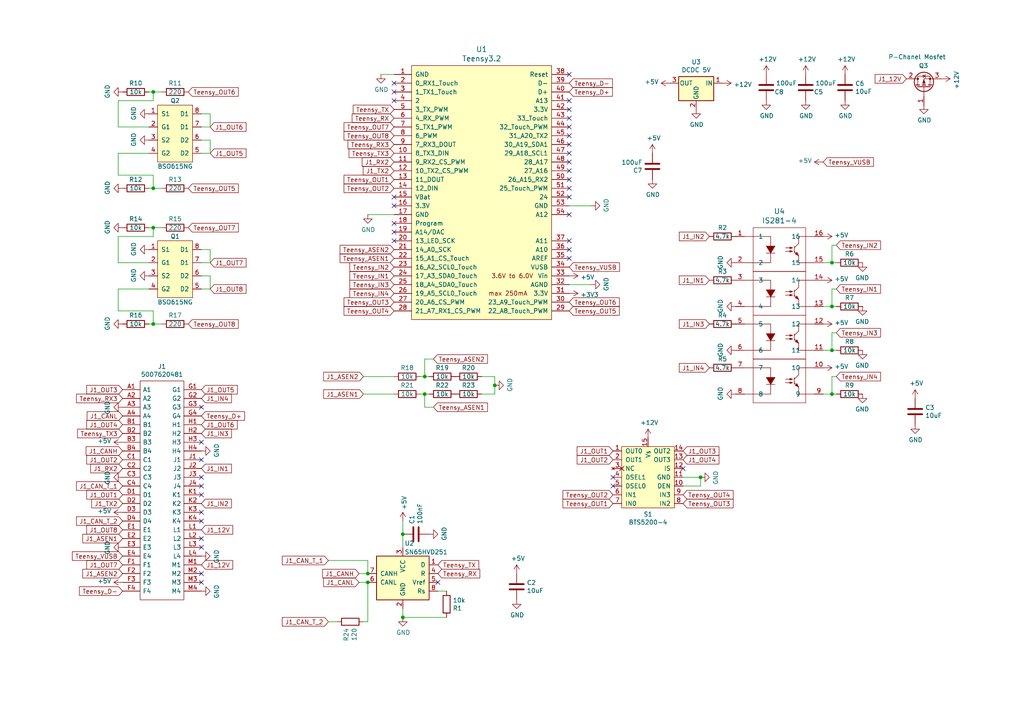
<source format=kicad_sch>
(kicad_sch (version 20211123) (generator eeschema)
  (paper "A4")
  (title_block (title "JoeMBMS") (date "2021-04-18") (rev "2.2") (company "JoeMTec"))
  (lib_symbols
    (symbol "CAN_trans:SN65HVD251" (pin_names (offset 1.016))
      (property "Reference" "U" (at -2.54 10.16 0))
      (property "Value" "SN65HVD251" (at -2.54 7.62 0))
      (symbol "SN65HVD251_1_1"
        (pin input line (at -10.16 2.54 0) (length 2.54) (name "D") (number "1"))
        (pin power_in line (at 0 -10.16 90) (length 2.54) (name "GND") (number "2"))
        (pin power_in line (at 0 7.62 270) (length 2.54) (name "VCC") (number "3"))
        (pin output line (at -10.16 0 0) (length 2.54) (name "R") (number "4"))
        (pin output line (at -10.16 -2.54 0) (length 2.54) (name "Vref") (number "5"))
        (pin bidirectional line (at 10.16 -2.54 180) (length 2.54) (name "CANL") (number "6"))
        (pin bidirectional line (at 10.16 0 180) (length 2.54) (name "CANH") (number "7"))
        (pin input line (at -10.16 -5.08 0) (length 2.54) (name "Rs") (number "8"))
      )
    )
    (symbol "Device:C" (pin_numbers hide) (pin_names (offset 0.254))
      (property "Reference" "C" (at 0.635 2.54 0))
      (property "Value" "C" (at 0.635 -2.54 0))
      (symbol "C_1_1"
        (pin passive line (at 0 3.81 270) (length 2.794) (name "~") (number "1"))
        (pin passive line (at 0 -3.81 90) (length 2.794) (name "~") (number "2"))
      )
    )
    (symbol "Device:R" (pin_numbers hide) (pin_names (offset 0))
      (property "Reference" "R" (at 2.032 0 90))
      (property "Value" "R" (at 0 0 90))
      (symbol "R_1_1"
        (pin passive line (at 0 3.81 270) (length 1.27) (name "~") (number "1"))
        (pin passive line (at 0 -3.81 90) (length 1.27) (name "~") (number "2"))
      )
    )
    (symbol "JoeMBMS_V2.0-rescue:+3.3V-power" (power) (pin_names (offset 0))
      (property "Value" "+3.3V-power" (at 0 3.556 0))
      (symbol "+3.3V-power_1_1"
        (pin power_in line (at 0 0 90) (length 0) hide (name "+3V3") (number "1"))
      )
    )
    (symbol "JoeMBMS_V2.0-rescue:5007620481-5007620481" (pin_names (offset 0.762))
      (property "Reference" "J" (at 19.05 7.62 0))
      (property "Value" "5007620481-5007620481" (at 19.05 5.08 0))
      (symbol "5007620481-5007620481_0_0"
        (pin passive line (at 0 0 0) (length 5.08) (name "A1") (number "A1"))
        (pin passive line (at 0 -2.54 0) (length 5.08) (name "A2") (number "A2"))
        (pin passive line (at 0 -5.08 0) (length 5.08) (name "A3") (number "A3"))
        (pin passive line (at 0 -7.62 0) (length 5.08) (name "A4") (number "A4"))
        (pin passive line (at 0 -10.16 0) (length 5.08) (name "B1") (number "B1"))
        (pin passive line (at 0 -12.7 0) (length 5.08) (name "B2") (number "B2"))
        (pin passive line (at 0 -15.24 0) (length 5.08) (name "B3") (number "B3"))
        (pin passive line (at 0 -17.78 0) (length 5.08) (name "B4") (number "B4"))
        (pin passive line (at 0 -20.32 0) (length 5.08) (name "C1") (number "C1"))
        (pin passive line (at 0 -22.86 0) (length 5.08) (name "C2") (number "C2"))
        (pin passive line (at 0 -25.4 0) (length 5.08) (name "C3") (number "C3"))
        (pin passive line (at 0 -27.94 0) (length 5.08) (name "C4") (number "C4"))
        (pin passive line (at 0 -30.48 0) (length 5.08) (name "D1") (number "D1"))
        (pin passive line (at 0 -33.02 0) (length 5.08) (name "D2") (number "D2"))
        (pin passive line (at 0 -35.56 0) (length 5.08) (name "D3") (number "D3"))
        (pin passive line (at 0 -38.1 0) (length 5.08) (name "D4") (number "D4"))
        (pin passive line (at 0 -40.64 0) (length 5.08) (name "E1") (number "E1"))
        (pin passive line (at 0 -43.18 0) (length 5.08) (name "E2") (number "E2"))
        (pin passive line (at 0 -45.72 0) (length 5.08) (name "E3") (number "E3"))
        (pin passive line (at 0 -48.26 0) (length 5.08) (name "E4") (number "E4"))
        (pin passive line (at 0 -50.8 0) (length 5.08) (name "F1") (number "F1"))
        (pin passive line (at 0 -53.34 0) (length 5.08) (name "F2") (number "F2"))
        (pin passive line (at 0 -55.88 0) (length 5.08) (name "F3") (number "F3"))
        (pin passive line (at 0 -58.42 0) (length 5.08) (name "F4") (number "F4"))
        (pin passive line (at 22.86 0 180) (length 5.08) (name "G1") (number "G1"))
        (pin passive line (at 22.86 -2.54 180) (length 5.08) (name "G2") (number "G2"))
        (pin passive line (at 22.86 -5.08 180) (length 5.08) (name "G3") (number "G3"))
        (pin passive line (at 22.86 -7.62 180) (length 5.08) (name "G4") (number "G4"))
        (pin passive line (at 22.86 -10.16 180) (length 5.08) (name "H1") (number "H1"))
        (pin passive line (at 22.86 -12.7 180) (length 5.08) (name "H2") (number "H2"))
        (pin passive line (at 22.86 -15.24 180) (length 5.08) (name "H3") (number "H3"))
        (pin passive line (at 22.86 -17.78 180) (length 5.08) (name "H4") (number "H4"))
        (pin passive line (at 22.86 -20.32 180) (length 5.08) (name "J1") (number "J1"))
        (pin passive line (at 22.86 -22.86 180) (length 5.08) (name "J2") (number "J2"))
        (pin passive line (at 22.86 -25.4 180) (length 5.08) (name "J3") (number "J3"))
        (pin passive line (at 22.86 -27.94 180) (length 5.08) (name "J4") (number "J4"))
        (pin passive line (at 22.86 -30.48 180) (length 5.08) (name "K1") (number "K1"))
        (pin passive line (at 22.86 -33.02 180) (length 5.08) (name "K2") (number "K2"))
        (pin passive line (at 22.86 -35.56 180) (length 5.08) (name "K3") (number "K3"))
        (pin passive line (at 22.86 -38.1 180) (length 5.08) (name "K4") (number "K4"))
        (pin passive line (at 22.86 -40.64 180) (length 5.08) (name "L1") (number "L1"))
        (pin passive line (at 22.86 -43.18 180) (length 5.08) (name "L2") (number "L2"))
        (pin passive line (at 22.86 -45.72 180) (length 5.08) (name "L3") (number "L3"))
        (pin passive line (at 22.86 -48.26 180) (length 5.08) (name "L4") (number "L4"))
        (pin passive line (at 22.86 -50.8 180) (length 5.08) (name "M1") (number "M1"))
        (pin passive line (at 22.86 -53.34 180) (length 5.08) (name "M2") (number "M2"))
        (pin passive line (at 22.86 -55.88 180) (length 5.08) (name "M3") (number "M3"))
        (pin passive line (at 22.86 -58.42 180) (length 5.08) (name "M4") (number "M4"))
      )
    )
    (symbol "JoeMBMS_V2.0-rescue:BTS5200-4-Transistor-FET" (pin_names (offset 1.016))
      (property "Reference" "S" (at -6.35 10.16 0))
      (property "Value" "BTS5200-4-Transistor-FET" (at 0 -10.16 0))
      (symbol "BTS5200-4-Transistor-FET_1_1"
        (pin output line (at -10.16 7.62 0) (length 2.54) (name "OUT0") (number "1"))
        (pin input line (at 10.16 -2.54 180) (length 2.54) (name "DEN") (number "10"))
        (pin input line (at 10.16 0 180) (length 2.54) (name "GND") (number "11"))
        (pin input line (at 10.16 2.54 180) (length 2.54) (name "IS") (number "12"))
        (pin output line (at 10.16 5.08 180) (length 2.54) (name "OUT3") (number "13"))
        (pin output line (at 10.16 7.62 180) (length 2.54) (name "OUT2") (number "14"))
        (pin input line (at 0 11.43 270) (length 2.54) (name "Vs") (number "15"))
        (pin output line (at -10.16 5.08 0) (length 2.54) (name "OUT1") (number "2"))
        (pin no_connect non_logic (at -10.16 2.54 0) (length 2.54) (name "NC") (number "3"))
        (pin input line (at -10.16 0 0) (length 2.54) (name "DSEL1") (number "4"))
        (pin input line (at -10.16 -2.54 0) (length 2.54) (name "DSEL0") (number "5"))
        (pin input line (at -10.16 -5.08 0) (length 2.54) (name "IN1") (number "6"))
        (pin input line (at -10.16 -7.62 0) (length 2.54) (name "IN0") (number "7"))
        (pin input line (at 10.16 -7.62 180) (length 2.54) (name "IN2") (number "8"))
        (pin input line (at 10.16 -5.08 180) (length 2.54) (name "IN3") (number "9"))
      )
    )
    (symbol "JoeMBMS_V2.0-rescue:IRF9956-Transistor-FET" (pin_names (offset 1.016))
      (property "Reference" "Q" (at 0 10.16 0))
      (property "Value" "IRF9956-Transistor-FET" (at 0 -8.89 0))
      (symbol "IRF9956-Transistor-FET_1_1"
        (pin input line (at -7.62 6.35 0) (length 2.54) (name "S1") (number "1"))
        (pin input line (at -7.62 2.54 0) (length 2.54) (name "G1") (number "2"))
        (pin input line (at -7.62 -1.27 0) (length 2.54) (name "S2") (number "3"))
        (pin input line (at -7.62 -5.08 0) (length 2.54) (name "G2") (number "4"))
        (pin output line (at 7.62 -5.08 180) (length 2.54) (name "D2") (number "5"))
        (pin output line (at 7.62 -1.27 180) (length 2.54) (name "D2") (number "6"))
        (pin output line (at 7.62 2.54 180) (length 2.54) (name "D1") (number "7"))
        (pin output line (at 7.62 6.35 180) (length 2.54) (name "D1") (number "8"))
      )
    )
    (symbol "JoeMBMS_V2.0-rescue:QM6015D-Transistor-FET" (pin_names hide)
      (property "Reference" "Q" (at 5.08 1.905 0))
      (property "Value" "QM6015D-Transistor-FET" (at 5.08 0 0))
      (symbol "QM6015D-Transistor-FET_1_1"
        (pin passive line (at -5.08 0 0) (length 2.54) (name "G") (number "1"))
        (pin passive line (at 2.54 5.08 270) (length 2.54) (name "D") (number "2"))
        (pin passive line (at 2.54 -5.08 90) (length 2.54) (name "S") (number "3"))
      )
    )
    (symbol "JoeMBMS_V2.0-rescue:TLP293-4-2021-05-20_16-46-13" (pin_names (offset 4.064))
      (property "Reference" "U" (at 3.81 3.81 0))
      (property "Value" "TLP293-4-2021-05-20_16-46-13" (at 7.62 1.27 0))
      (symbol "TLP293-4-2021-05-20_16-46-13_1_1"
        (pin input line (at -5.08 -2.54 0) (length 2.54) (name "1") (number "1"))
        (pin input line (at 20.32 -40.64 180) (length 2.54) (name "10") (number "10"))
        (pin input line (at 20.32 -35.56 180) (length 2.54) (name "11") (number "11"))
        (pin input line (at 20.32 -27.94 180) (length 2.54) (name "12") (number "12"))
        (pin input line (at 20.32 -22.86 180) (length 2.54) (name "13") (number "13"))
        (pin input line (at 20.32 -15.24 180) (length 2.54) (name "14") (number "14"))
        (pin input line (at 20.32 -10.16 180) (length 2.54) (name "15") (number "15"))
        (pin input line (at 20.32 -2.54 180) (length 2.54) (name "16") (number "16"))
        (pin input line (at -5.08 -10.16 0) (length 2.54) (name "2") (number "2"))
        (pin input line (at -5.08 -15.24 0) (length 2.54) (name "3") (number "3"))
        (pin input line (at -5.08 -22.86 0) (length 2.54) (name "4") (number "4"))
        (pin input line (at -5.08 -27.94 0) (length 2.54) (name "5") (number "5"))
        (pin input line (at -5.08 -35.56 0) (length 2.54) (name "6") (number "6"))
        (pin input line (at -5.08 -40.64 0) (length 2.54) (name "7") (number "7"))
        (pin input line (at -5.08 -48.26 0) (length 2.54) (name "8") (number "8"))
        (pin input line (at 20.32 -48.26 180) (length 2.54) (name "9") (number "9"))
      )
    )
    (symbol "JoeMBMS_V2.0-rescue:Teensy3.2-teensy" (pin_names (offset 1.016))
      (property "Reference" "U" (at 0 39.37 0))
      (property "Value" "Teensy3.2-teensy" (at 0 -39.37 0))
      (symbol "Teensy3.2-teensy_0_0"
        (text "3.6V to 6.0V" (at 8.89 -24.13 0) (effects (font (size 1.27 1.27))))
        (text "max 250mA" (at 7.62 -29.21 0) (effects (font (size 1.27 1.27))))
      )
      (symbol "Teensy3.2-teensy_1_1"
        (pin power_in line (at -25.4 34.29 0) (length 5.08) (name "GND") (number "1"))
        (pin bidirectional line (at -25.4 11.43 0) (length 5.08) (name "8_TX3_DIN") (number "10"))
        (pin bidirectional line (at -25.4 8.89 0) (length 5.08) (name "9_RX2_CS_PWM") (number "11"))
        (pin bidirectional line (at -25.4 6.35 0) (length 5.08) (name "10_TX2_CS_PWM") (number "12"))
        (pin bidirectional line (at -25.4 3.81 0) (length 5.08) (name "11_DOUT") (number "13"))
        (pin bidirectional line (at -25.4 1.27 0) (length 5.08) (name "12_DIN") (number "14"))
        (pin power_in line (at -25.4 -1.27 0) (length 5.08) (name "VBat") (number "15"))
        (pin power_out line (at -25.4 -3.81 0) (length 5.08) (name "3.3V") (number "16"))
        (pin power_in line (at -25.4 -6.35 0) (length 5.08) (name "GND") (number "17"))
        (pin input line (at -25.4 -8.89 0) (length 5.08) (name "Program") (number "18"))
        (pin bidirectional line (at -25.4 -11.43 0) (length 5.08) (name "A14/DAC") (number "19"))
        (pin bidirectional line (at -25.4 31.75 0) (length 5.08) (name "0_RX1_Touch") (number "2"))
        (pin bidirectional line (at -25.4 -13.97 0) (length 5.08) (name "13_LED_SCK") (number "20"))
        (pin bidirectional line (at -25.4 -16.51 0) (length 5.08) (name "14_A0_SCK") (number "21"))
        (pin bidirectional line (at -25.4 -19.05 0) (length 5.08) (name "15_A1_CS_Touch") (number "22"))
        (pin bidirectional line (at -25.4 -21.59 0) (length 5.08) (name "16_A2_SCL0_Touch") (number "23"))
        (pin bidirectional line (at -25.4 -24.13 0) (length 5.08) (name "17_A3_SDA0_Touch") (number "24"))
        (pin bidirectional line (at -25.4 -26.67 0) (length 5.08) (name "18_A4_SDA0_Touch") (number "25"))
        (pin bidirectional line (at -25.4 -29.21 0) (length 5.08) (name "19_A5_SCL0_Touch") (number "26"))
        (pin bidirectional line (at -25.4 -31.75 0) (length 5.08) (name "20_A6_CS_PWM") (number "27"))
        (pin bidirectional line (at -25.4 -34.29 0) (length 5.08) (name "21_A7_RX1_CS_PWM") (number "28"))
        (pin bidirectional line (at 25.4 -34.29 180) (length 5.08) (name "22_A8_Touch_PWM") (number "29"))
        (pin bidirectional line (at -25.4 29.21 0) (length 5.08) (name "1_TX1_Touch") (number "3"))
        (pin bidirectional line (at 25.4 -31.75 180) (length 5.08) (name "23_A9_Touch_PWM") (number "30"))
        (pin power_out line (at 25.4 -29.21 180) (length 5.08) (name "3.3V") (number "31"))
        (pin power_out line (at 25.4 -26.67 180) (length 5.08) (name "AGND") (number "32"))
        (pin power_in line (at 25.4 -24.13 180) (length 5.08) (name "Vin") (number "33"))
        (pin power_in line (at 25.4 -21.59 180) (length 5.08) (name "VUSB") (number "34"))
        (pin input line (at 25.4 -19.05 180) (length 5.08) (name "AREF") (number "35"))
        (pin bidirectional line (at 25.4 -16.51 180) (length 5.08) (name "A10") (number "36"))
        (pin bidirectional line (at 25.4 -13.97 180) (length 5.08) (name "A11") (number "37"))
        (pin input line (at 25.4 34.29 180) (length 5.08) (name "Reset") (number "38"))
        (pin bidirectional line (at 25.4 31.75 180) (length 5.08) (name "D-") (number "39"))
        (pin bidirectional line (at -25.4 26.67 0) (length 5.08) (name "2") (number "4"))
        (pin bidirectional line (at 25.4 29.21 180) (length 5.08) (name "D+") (number "40"))
        (pin bidirectional line (at 25.4 26.67 180) (length 5.08) (name "A13") (number "41"))
        (pin power_out line (at 25.4 24.13 180) (length 5.08) (name "3.3V") (number "42"))
        (pin bidirectional line (at 25.4 21.59 180) (length 5.08) (name "33_Touch") (number "43"))
        (pin bidirectional line (at 25.4 19.05 180) (length 5.08) (name "32_Touch_PWM") (number "44"))
        (pin bidirectional line (at 25.4 16.51 180) (length 5.08) (name "31_A20_TX2") (number "45"))
        (pin bidirectional line (at 25.4 13.97 180) (length 5.08) (name "30_A19_SDA1") (number "46"))
        (pin bidirectional line (at 25.4 11.43 180) (length 5.08) (name "29_A18_SCL1") (number "47"))
        (pin bidirectional line (at 25.4 8.89 180) (length 5.08) (name "28_A17") (number "48"))
        (pin bidirectional line (at 25.4 6.35 180) (length 5.08) (name "27_A16") (number "49"))
        (pin bidirectional line (at -25.4 24.13 0) (length 5.08) (name "3_TX_PWM") (number "5"))
        (pin bidirectional line (at 25.4 3.81 180) (length 5.08) (name "26_A15_RX2") (number "50"))
        (pin bidirectional line (at 25.4 1.27 180) (length 5.08) (name "25_Touch_PWM") (number "51"))
        (pin bidirectional line (at 25.4 -1.27 180) (length 5.08) (name "24") (number "52"))
        (pin power_in line (at 25.4 -3.81 180) (length 5.08) (name "GND") (number "53"))
        (pin bidirectional line (at 25.4 -6.35 180) (length 5.08) (name "A12") (number "54"))
        (pin bidirectional line (at -25.4 21.59 0) (length 5.08) (name "4_RX_PWM") (number "6"))
        (pin bidirectional line (at -25.4 19.05 0) (length 5.08) (name "5_TX1_PWM") (number "7"))
        (pin bidirectional line (at -25.4 16.51 0) (length 5.08) (name "6_PWM") (number "8"))
        (pin bidirectional line (at -25.4 13.97 0) (length 5.08) (name "7_RX3_DOUT") (number "9"))
      )
    )
    (symbol "Regulator_Switching:R-78E5.0-0.5" (pin_names (offset 0.254))
      (property "Reference" "U" (at -3.81 3.175 0))
      (property "Value" "R-78E5.0-0.5" (at 0 3.175 0))
      (symbol "R-78E5.0-0.5_1_1"
        (pin power_in line (at -7.62 0 0) (length 2.54) (name "IN") (number "1"))
        (pin power_in line (at 0 -7.62 90) (length 2.54) (name "GND") (number "2"))
        (pin power_out line (at 7.62 0 180) (length 2.54) (name "OUT") (number "3"))
      )
    )
    (symbol "power:+12V" (power) (pin_names (offset 0))
      (property "Value" "+12V" (at 0 3.556 0))
      (symbol "+12V_1_1"
        (pin power_in line (at 0 0 90) (length 0) hide (name "+12V") (number "1"))
      )
    )
    (symbol "power:+5V" (power) (pin_names (offset 0))
      (property "Value" "+5V" (at 0 3.556 0))
      (symbol "+5V_1_1"
        (pin power_in line (at 0 0 90) (length 0) hide (name "+5V") (number "1"))
      )
    )
    (symbol "power:GND" (power) (pin_names (offset 0))
      (property "Value" "GND" (at 0 -3.81 0))
      (symbol "GND_1_1"
        (pin power_in line (at 0 0 270) (length 0) hide (name "GND") (number "1"))
      )
    )
  )
  (junction (at 106.68 168.91))
  (junction (at 106.68 166.37))
  (junction (at 116.84 154.94))
  (junction (at 44.45 66.04))
  (junction (at 241.3 76.2))
  (junction (at 116.84 179.07))
  (junction (at 44.45 54.61))
  (junction (at 123.19 114.3))
  (junction (at 44.45 26.67))
  (junction (at 241.3 114.3))
  (junction (at 241.3 101.6))
  (junction (at 123.19 109.22))
  (junction (at 203.2 138.43))
  (junction (at 143.51 111.76))
  (junction (at 44.45 93.98))
  (junction (at 241.3 88.9))
  (no_connect (at 165.1 69.85))
  (no_connect (at 114.3 24.13))
  (no_connect (at 114.3 64.77))
  (no_connect (at 114.3 69.85))
  (no_connect (at 165.1 52.07))
  (no_connect (at 165.1 44.45))
  (no_connect (at 165.1 72.39))
  (no_connect (at 58.42 118.11))
  (no_connect (at 58.42 128.27))
  (no_connect (at 58.42 148.59))
  (no_connect (at 58.42 151.13))
  (no_connect (at 58.42 156.21))
  (no_connect (at 58.42 158.75))
  (no_connect (at 58.42 168.91))
  (no_connect (at 58.42 166.37))
  (no_connect (at 58.42 133.35))
  (no_connect (at 58.42 138.43))
  (no_connect (at 58.42 140.97))
  (no_connect (at 58.42 143.51))
  (no_connect (at 165.1 39.37))
  (no_connect (at 165.1 21.59))
  (no_connect (at 114.3 67.31))
  (no_connect (at 165.1 49.53))
  (no_connect (at 165.1 54.61))
  (no_connect (at 165.1 36.83))
  (no_connect (at 165.1 74.93))
  (no_connect (at 165.1 41.91))
  (no_connect (at 127 168.91))
  (no_connect (at 165.1 57.15))
  (no_connect (at 177.8 140.97))
  (no_connect (at 114.3 57.15))
  (no_connect (at 114.3 59.69))
  (no_connect (at 198.12 135.89))
  (no_connect (at 114.3 26.67))
  (no_connect (at 165.1 62.23))
  (no_connect (at 165.1 29.21))
  (no_connect (at 165.1 31.75))
  (no_connect (at 177.8 138.43))
  (no_connect (at 165.1 34.29))
  (no_connect (at 114.3 29.21))
  (no_connect (at 165.1 46.99))
  (wire (pts (xy 60.96 44.45) (xy 58.42 44.45)))
  (wire (pts (xy 123.19 104.14) (xy 125.73 104.14)))
  (wire (pts (xy 34.29 90.17) (xy 44.45 90.17)))
  (wire (pts (xy 241.3 114.3) (xy 241.3 109.22)))
  (wire (pts (xy 139.7 109.22) (xy 143.51 109.22)))
  (wire (pts (xy 106.68 162.56) (xy 95.25 162.56)))
  (wire (pts (xy 242.57 71.12) (xy 241.3 71.12)))
  (wire (pts (xy 44.45 68.58) (xy 44.45 66.04)))
  (wire (pts (xy 123.19 114.3) (xy 123.19 118.11)))
  (wire (pts (xy 123.19 109.22) (xy 123.19 104.14)))
  (wire (pts (xy 34.29 83.82) (xy 43.18 83.82)))
  (wire (pts (xy 106.68 162.56) (xy 106.68 166.37)))
  (wire (pts (xy 43.18 54.61) (xy 44.45 54.61)))
  (wire (pts (xy 58.42 80.01) (xy 60.96 80.01)))
  (wire (pts (xy 44.45 50.8) (xy 44.45 54.61)))
  (wire (pts (xy 43.18 36.83) (xy 34.29 36.83)))
  (wire (pts (xy 242.57 83.82) (xy 241.3 83.82)))
  (wire (pts (xy 241.3 76.2) (xy 242.57 76.2)))
  (wire (pts (xy 44.45 90.17) (xy 44.45 93.98)))
  (wire (pts (xy 116.84 151.13) (xy 116.84 154.94)))
  (wire (pts (xy 123.19 118.11) (xy 125.73 118.11)))
  (wire (pts (xy 123.19 109.22) (xy 124.46 109.22)))
  (wire (pts (xy 116.84 179.07) (xy 116.84 176.53)))
  (wire (pts (xy 129.54 171.45) (xy 127 171.45)))
  (wire (pts (xy 44.45 66.04) (xy 46.99 66.04)))
  (wire (pts (xy 105.41 109.22) (xy 114.3 109.22)))
  (wire (pts (xy 58.42 33.02) (xy 60.96 33.02)))
  (wire (pts (xy 238.76 101.6) (xy 241.3 101.6)))
  (wire (pts (xy 106.68 180.34) (xy 106.68 168.91)))
  (wire (pts (xy 58.42 72.39) (xy 60.96 72.39)))
  (wire (pts (xy 116.84 179.07) (xy 129.54 179.07)))
  (wire (pts (xy 60.96 80.01) (xy 60.96 83.82)))
  (wire (pts (xy 143.51 109.22) (xy 143.51 111.76)))
  (wire (pts (xy 114.3 62.23) (xy 106.68 62.23)))
  (wire (pts (xy 241.3 83.82) (xy 241.3 88.9)))
  (wire (pts (xy 34.29 68.58) (xy 44.45 68.58)))
  (wire (pts (xy 241.3 96.52) (xy 242.57 96.52)))
  (wire (pts (xy 121.92 114.3) (xy 123.19 114.3)))
  (wire (pts (xy 241.3 71.12) (xy 241.3 76.2)))
  (wire (pts (xy 43.18 93.98) (xy 44.45 93.98)))
  (wire (pts (xy 116.84 154.94) (xy 116.84 158.75)))
  (wire (pts (xy 34.29 76.2) (xy 34.29 68.58)))
  (wire (pts (xy 106.68 168.91) (xy 104.14 168.91)))
  (wire (pts (xy 34.29 36.83) (xy 34.29 29.21)))
  (wire (pts (xy 43.18 66.04) (xy 44.45 66.04)))
  (wire (pts (xy 60.96 76.2) (xy 58.42 76.2)))
  (wire (pts (xy 241.3 109.22) (xy 242.57 109.22)))
  (wire (pts (xy 241.3 76.2) (xy 238.76 76.2)))
  (wire (pts (xy 34.29 83.82) (xy 34.29 90.17)))
  (wire (pts (xy 44.45 54.61) (xy 46.99 54.61)))
  (wire (pts (xy 60.96 33.02) (xy 60.96 36.83)))
  (wire (pts (xy 114.3 114.3) (xy 105.41 114.3)))
  (wire (pts (xy 95.25 180.34) (xy 97.79 180.34)))
  (wire (pts (xy 34.29 44.45) (xy 43.18 44.45)))
  (wire (pts (xy 105.41 180.34) (xy 106.68 180.34)))
  (wire (pts (xy 203.2 140.97) (xy 203.2 138.43)))
  (wire (pts (xy 44.45 26.67) (xy 46.99 26.67)))
  (wire (pts (xy 143.51 114.3) (xy 139.7 114.3)))
  (wire (pts (xy 43.18 26.67) (xy 44.45 26.67)))
  (wire (pts (xy 34.29 29.21) (xy 44.45 29.21)))
  (wire (pts (xy 34.29 44.45) (xy 34.29 50.8)))
  (wire (pts (xy 43.18 76.2) (xy 34.29 76.2)))
  (wire (pts (xy 106.68 166.37) (xy 104.14 166.37)))
  (wire (pts (xy 241.3 88.9) (xy 242.57 88.9)))
  (wire (pts (xy 44.45 29.21) (xy 44.45 26.67)))
  (wire (pts (xy 198.12 140.97) (xy 203.2 140.97)))
  (wire (pts (xy 60.96 36.83) (xy 58.42 36.83)))
  (wire (pts (xy 123.19 114.3) (xy 124.46 114.3)))
  (wire (pts (xy 60.96 83.82) (xy 58.42 83.82)))
  (wire (pts (xy 44.45 93.98) (xy 46.99 93.98)))
  (wire (pts (xy 165.1 59.69) (xy 171.45 59.69)))
  (wire (pts (xy 121.92 109.22) (xy 123.19 109.22)))
  (wire (pts (xy 143.51 111.76) (xy 143.51 114.3)))
  (wire (pts (xy 114.3 21.59) (xy 110.49 21.59)))
  (wire (pts (xy 34.29 50.8) (xy 44.45 50.8)))
  (wire (pts (xy 241.3 88.9) (xy 238.76 88.9)))
  (wire (pts (xy 241.3 114.3) (xy 242.57 114.3)))
  (wire (pts (xy 58.42 40.64) (xy 60.96 40.64)))
  (wire (pts (xy 60.96 72.39) (xy 60.96 76.2)))
  (wire (pts (xy 60.96 40.64) (xy 60.96 44.45)))
  (wire (pts (xy 198.12 138.43) (xy 203.2 138.43)))
  (wire (pts (xy 241.3 101.6) (xy 242.57 101.6)))
  (wire (pts (xy 238.76 114.3) (xy 241.3 114.3)))
  (wire (pts (xy 241.3 101.6) (xy 241.3 96.52)))
  (wire (pts (xy 165.1 82.55) (xy 171.45 82.55)))
  (global_label "J1_OUT7" (shape input) (at 35.56 163.83 180) (property "Referenzen zwischen Schaltplänen" "${INTERSHEET_REFS}" (effects hide)))
  (global_label "Teensy_OUT7" (shape input) (at 114.3 36.83 180) (property "Referenzen zwischen Schaltplänen" "${INTERSHEET_REFS}" (effects hide)))
  (global_label "J1_ASEN2" (shape input) (at 35.56 166.37 180) (property "Referenzen zwischen Schaltplänen" "${INTERSHEET_REFS}" (effects hide)))
  (global_label "J1_OUT6" (shape input) (at 60.96 36.83 0) (property "Referenzen zwischen Schaltplänen" "${INTERSHEET_REFS}" (effects hide)))
  (global_label "J1_IN3" (shape input) (at 58.42 125.73 0) (property "Referenzen zwischen Schaltplänen" "${INTERSHEET_REFS}" (effects hide)))
  (global_label "Teensy_D+" (shape input) (at 58.42 120.65 0) (property "Referenzen zwischen Schaltplänen" "${INTERSHEET_REFS}" (effects hide)))
  (global_label "Teensy_TX" (shape input) (at 114.3 31.75 180) (property "Referenzen zwischen Schaltplänen" "${INTERSHEET_REFS}" (effects hide)))
  (global_label "J1_CANL" (shape input) (at 35.56 120.65 180) (property "Referenzen zwischen Schaltplänen" "${INTERSHEET_REFS}" (effects hide)))
  (global_label "Teensy_OUT2" (shape input) (at 177.8 143.51 180) (property "Referenzen zwischen Schaltplänen" "${INTERSHEET_REFS}" (effects hide)))
  (global_label "Teensy_IN3" (shape input) (at 114.3 82.55 180) (property "Referenzen zwischen Schaltplänen" "${INTERSHEET_REFS}" (effects hide)))
  (global_label "J1_OUT4" (shape input) (at 198.12 133.35 0) (property "Referenzen zwischen Schaltplänen" "${INTERSHEET_REFS}" (effects hide)))
  (global_label "Teensy_IN2" (shape input) (at 114.3 77.47 180) (property "Referenzen zwischen Schaltplänen" "${INTERSHEET_REFS}" (effects hide)))
  (global_label "Teensy_OUT3" (shape input) (at 114.3 87.63 180) (property "Referenzen zwischen Schaltplänen" "${INTERSHEET_REFS}" (effects hide)))
  (global_label "J1_OUT8" (shape input) (at 60.96 83.82 0) (property "Referenzen zwischen Schaltplänen" "${INTERSHEET_REFS}" (effects hide)))
  (global_label "Teensy_RX" (shape input) (at 114.3 34.29 180) (property "Referenzen zwischen Schaltplänen" "${INTERSHEET_REFS}" (effects hide)))
  (global_label "Teensy_ASEN2" (shape input) (at 125.73 104.14 0) (property "Referenzen zwischen Schaltplänen" "${INTERSHEET_REFS}" (effects hide)))
  (global_label "Teensy_TX3" (shape input) (at 35.56 125.73 180) (property "Referenzen zwischen Schaltplänen" "${INTERSHEET_REFS}" (effects hide)))
  (global_label "J1_OUT2" (shape input) (at 177.8 133.35 180) (property "Referenzen zwischen Schaltplänen" "${INTERSHEET_REFS}" (effects hide)))
  (global_label "Teensy_IN1" (shape input) (at 114.3 80.01 180) (property "Referenzen zwischen Schaltplänen" "${INTERSHEET_REFS}" (effects hide)))
  (global_label "Teensy_ASEN1" (shape input) (at 114.3 74.93 180) (property "Referenzen zwischen Schaltplänen" "${INTERSHEET_REFS}" (effects hide)))
  (global_label "J1_CAN_T_1" (shape input) (at 35.56 140.97 180) (property "Referenzen zwischen Schaltplänen" "${INTERSHEET_REFS}" (effects hide)))
  (global_label "J1_TX2" (shape input) (at 35.56 146.05 180) (property "Referenzen zwischen Schaltplänen" "${INTERSHEET_REFS}" (effects hide)))
  (global_label "J1_ASEN1" (shape input) (at 105.41 114.3 180) (property "Referenzen zwischen Schaltplänen" "${INTERSHEET_REFS}" (effects hide)))
  (global_label "J1_OUT1" (shape input) (at 35.56 143.51 180) (property "Referenzen zwischen Schaltplänen" "${INTERSHEET_REFS}" (effects hide)))
  (global_label "Teensy_OUT5" (shape input) (at 165.1 90.17 0) (property "Referenzen zwischen Schaltplänen" "${INTERSHEET_REFS}" (effects hide)))
  (global_label "J1_CANH" (shape input) (at 35.56 130.81 180) (property "Referenzen zwischen Schaltplänen" "${INTERSHEET_REFS}" (effects hide)))
  (global_label "J1_RX2" (shape input) (at 114.3 46.99 180) (property "Referenzen zwischen Schaltplänen" "${INTERSHEET_REFS}" (effects hide)))
  (global_label "Teensy_OUT6" (shape input) (at 165.1 87.63 0) (property "Referenzen zwischen Schaltplänen" "${INTERSHEET_REFS}" (effects hide)))
  (global_label "Teensy_TX3" (shape input) (at 114.3 44.45 180) (property "Referenzen zwischen Schaltplänen" "${INTERSHEET_REFS}" (effects hide)))
  (global_label "J1_OUT5" (shape input) (at 60.96 44.45 0) (property "Referenzen zwischen Schaltplänen" "${INTERSHEET_REFS}" (effects hide)))
  (global_label "J1_12V" (shape input) (at 58.42 153.67 0) (property "Referenzen zwischen Schaltplänen" "${INTERSHEET_REFS}" (effects hide)))
  (global_label "Teensy_TX" (shape input) (at 127 163.83 0) (property "Referenzen zwischen Schaltplänen" "${INTERSHEET_REFS}" (effects hide)))
  (global_label "Teensy_OUT3" (shape input) (at 198.12 146.05 0) (property "Referenzen zwischen Schaltplänen" "${INTERSHEET_REFS}" (effects hide)))
  (global_label "J1_OUT7" (shape input) (at 60.96 76.2 0) (property "Referenzen zwischen Schaltplänen" "${INTERSHEET_REFS}" (effects hide)))
  (global_label "J1_CANL" (shape input) (at 104.14 168.91 180) (property "Referenzen zwischen Schaltplänen" "${INTERSHEET_REFS}" (effects hide)))
  (global_label "Teensy_IN3" (shape input) (at 242.57 96.52 0) (property "Referenzen zwischen Schaltplänen" "${INTERSHEET_REFS}" (effects hide)))
  (global_label "J1_RX2" (shape input) (at 35.56 135.89 180) (property "Referenzen zwischen Schaltplänen" "${INTERSHEET_REFS}" (effects hide)))
  (global_label "Teensy_RX3" (shape input) (at 35.56 115.57 180) (property "Referenzen zwischen Schaltplänen" "${INTERSHEET_REFS}" (effects hide)))
  (global_label "J1_CAN_T_2" (shape input) (at 35.56 151.13 180) (property "Referenzen zwischen Schaltplänen" "${INTERSHEET_REFS}" (effects hide)))
  (global_label "J1_OUT4" (shape input) (at 35.56 123.19 180) (property "Referenzen zwischen Schaltplänen" "${INTERSHEET_REFS}" (effects hide)))
  (global_label "J1_CANH" (shape input) (at 104.14 166.37 180) (property "Referenzen zwischen Schaltplänen" "${INTERSHEET_REFS}" (effects hide)))
  (global_label "J1_IN1" (shape input) (at 58.42 135.89 0) (property "Referenzen zwischen Schaltplänen" "${INTERSHEET_REFS}" (effects hide)))
  (global_label "J1_OUT1" (shape input) (at 177.8 130.81 180) (property "Referenzen zwischen Schaltplänen" "${INTERSHEET_REFS}" (effects hide)))
  (global_label "Teensy_IN4" (shape input) (at 114.3 85.09 180) (property "Referenzen zwischen Schaltplänen" "${INTERSHEET_REFS}" (effects hide)))
  (global_label "J1_IN4" (shape input) (at 205.74 106.68 180) (property "Referenzen zwischen Schaltplänen" "${INTERSHEET_REFS}" (effects hide)))
  (global_label "J1_IN2" (shape input) (at 58.42 146.05 0) (property "Referenzen zwischen Schaltplänen" "${INTERSHEET_REFS}" (effects hide)))
  (global_label "Teensy_OUT4" (shape input) (at 198.12 143.51 0) (property "Referenzen zwischen Schaltplänen" "${INTERSHEET_REFS}" (effects hide)))
  (global_label "Teensy_OUT1" (shape input) (at 114.3 52.07 180) (property "Referenzen zwischen Schaltplänen" "${INTERSHEET_REFS}" (effects hide)))
  (global_label "Teensy_D-" (shape input) (at 35.56 171.45 180) (property "Referenzen zwischen Schaltplänen" "${INTERSHEET_REFS}" (effects hide)))
  (global_label "J1_IN1" (shape input) (at 205.74 81.28 180) (property "Referenzen zwischen Schaltplänen" "${INTERSHEET_REFS}" (effects hide)))
  (global_label "Teensy_D+" (shape input) (at 165.1 26.67 0) (property "Referenzen zwischen Schaltplänen" "${INTERSHEET_REFS}" (effects hide)))
  (global_label "Teensy_VUSB" (shape input) (at 238.76 46.99 0) (property "Referenzen zwischen Schaltplänen" "${INTERSHEET_REFS}" (effects hide)))
  (global_label "Teensy_OUT4" (shape input) (at 114.3 90.17 180) (property "Referenzen zwischen Schaltplänen" "${INTERSHEET_REFS}" (effects hide)))
  (global_label "Teensy_IN4" (shape input) (at 242.57 109.22 0) (property "Referenzen zwischen Schaltplänen" "${INTERSHEET_REFS}" (effects hide)))
  (global_label "Teensy_VUSB" (shape input) (at 35.56 161.29 180) (property "Referenzen zwischen Schaltplänen" "${INTERSHEET_REFS}" (effects hide)))
  (global_label "Teensy_D-" (shape input) (at 165.1 24.13 0) (property "Referenzen zwischen Schaltplänen" "${INTERSHEET_REFS}" (effects hide)))
  (global_label "Teensy_OUT6" (shape input) (at 54.61 26.67 0) (property "Referenzen zwischen Schaltplänen" "${INTERSHEET_REFS}" (effects hide)))
  (global_label "J1_IN3" (shape input) (at 205.74 93.98 180) (property "Referenzen zwischen Schaltplänen" "${INTERSHEET_REFS}" (effects hide)))
  (global_label "Teensy_OUT8" (shape input) (at 114.3 39.37 180) (property "Referenzen zwischen Schaltplänen" "${INTERSHEET_REFS}" (effects hide)))
  (global_label "J1_12V" (shape input) (at 58.42 163.83 0) (property "Referenzen zwischen Schaltplänen" "${INTERSHEET_REFS}" (effects hide)))
  (global_label "J1_12V" (shape input) (at 262.89 22.86 180) (property "Referenzen zwischen Schaltplänen" "${INTERSHEET_REFS}" (effects hide)))
  (global_label "J1_OUT2" (shape input) (at 35.56 133.35 180) (property "Referenzen zwischen Schaltplänen" "${INTERSHEET_REFS}" (effects hide)))
  (global_label "J1_OUT3" (shape input) (at 198.12 130.81 0) (property "Referenzen zwischen Schaltplänen" "${INTERSHEET_REFS}" (effects hide)))
  (global_label "J1_ASEN2" (shape input) (at 105.41 109.22 180) (property "Referenzen zwischen Schaltplänen" "${INTERSHEET_REFS}" (effects hide)))
  (global_label "Teensy_OUT7" (shape input) (at 54.61 66.04 0) (property "Referenzen zwischen Schaltplänen" "${INTERSHEET_REFS}" (effects hide)))
  (global_label "J1_TX2" (shape input) (at 114.3 49.53 180) (property "Referenzen zwischen Schaltplänen" "${INTERSHEET_REFS}" (effects hide)))
  (global_label "J1_OUT3" (shape input) (at 35.56 113.03 180) (property "Referenzen zwischen Schaltplänen" "${INTERSHEET_REFS}" (effects hide)))
  (global_label "Teensy_OUT1" (shape input) (at 177.8 146.05 180) (property "Referenzen zwischen Schaltplänen" "${INTERSHEET_REFS}" (effects hide)))
  (global_label "J1_OUT5" (shape input) (at 58.42 113.03 0) (property "Referenzen zwischen Schaltplänen" "${INTERSHEET_REFS}" (effects hide)))
  (global_label "Teensy_ASEN1" (shape input) (at 125.73 118.11 0) (property "Referenzen zwischen Schaltplänen" "${INTERSHEET_REFS}" (effects hide)))
  (global_label "Teensy_OUT5" (shape input) (at 54.61 54.61 0) (property "Referenzen zwischen Schaltplänen" "${INTERSHEET_REFS}" (effects hide)))
  (global_label "Teensy_RX" (shape input) (at 127 166.37 0) (property "Referenzen zwischen Schaltplänen" "${INTERSHEET_REFS}" (effects hide)))
  (global_label "J1_CAN_T_1" (shape input) (at 95.25 162.56 180) (property "Referenzen zwischen Schaltplänen" "${INTERSHEET_REFS}" (effects hide)))
  (global_label "Teensy_VUSB" (shape input) (at 165.1 77.47 0) (property "Referenzen zwischen Schaltplänen" "${INTERSHEET_REFS}" (effects hide)))
  (global_label "Teensy_OUT2" (shape input) (at 114.3 54.61 180) (property "Referenzen zwischen Schaltplänen" "${INTERSHEET_REFS}" (effects hide)))
  (global_label "J1_OUT6" (shape input) (at 58.42 123.19 0) (property "Referenzen zwischen Schaltplänen" "${INTERSHEET_REFS}" (effects hide)))
  (global_label "Teensy_IN2" (shape input) (at 242.57 71.12 0) (property "Referenzen zwischen Schaltplänen" "${INTERSHEET_REFS}" (effects hide)))
  (global_label "Teensy_RX3" (shape input) (at 114.3 41.91 180) (property "Referenzen zwischen Schaltplänen" "${INTERSHEET_REFS}" (effects hide)))
  (global_label "J1_OUT8" (shape input) (at 35.56 153.67 180) (property "Referenzen zwischen Schaltplänen" "${INTERSHEET_REFS}" (effects hide)))
  (global_label "J1_IN4" (shape input) (at 58.42 115.57 0) (property "Referenzen zwischen Schaltplänen" "${INTERSHEET_REFS}" (effects hide)))
  (global_label "Teensy_OUT8" (shape input) (at 54.61 93.98 0) (property "Referenzen zwischen Schaltplänen" "${INTERSHEET_REFS}" (effects hide)))
  (global_label "Teensy_IN1" (shape input) (at 242.57 83.82 0) (property "Referenzen zwischen Schaltplänen" "${INTERSHEET_REFS}" (effects hide)))
  (global_label "J1_ASEN1" (shape input) (at 35.56 156.21 180) (property "Referenzen zwischen Schaltplänen" "${INTERSHEET_REFS}" (effects hide)))
  (global_label "Teensy_ASEN2" (shape input) (at 114.3 72.39 180) (property "Referenzen zwischen Schaltplänen" "${INTERSHEET_REFS}" (effects hide)))
  (global_label "J1_IN2" (shape input) (at 205.74 68.58 180) (property "Referenzen zwischen Schaltplänen" "${INTERSHEET_REFS}" (effects hide)))
  (global_label "J1_CAN_T_2" (shape input) (at 95.25 180.34 180) (property "Referenzen zwischen Schaltplänen" "${INTERSHEET_REFS}" (effects hide)))
  (symbol (lib_id "power:GND") (at 110.49 21.59 0) (unit 1)
    (property "Reference" "#PWR0101" (effects hide))
    (property "Value" "GND" (at 110.617 25.9842 0))
  )
  (symbol (lib_id "Regulator_Switching:R-78E5.0-0.5") (at 201.93 24.13 0) (mirror y) (unit 1)
    (property "Reference" "U3" (at 201.93 17.9832 0))
    (property "Value" "DCDC 5V" (at 201.93 20.2946 0))
    (property "Footprint" "Converter_DCDC:Converter_DCDC_muRata_OKI-78SR_Vertical" (effects hide))
    (property "Datasheet" "https://www.recom-power.com/pdf/Innoline/R-78Exx-0.5.pdf" (effects hide))
    (property "LCSC" "C115916" (effects hide))
  )
  (symbol (lib_id "power:+12V") (at 209.55 24.13 270) (unit 1)
    (property "Reference" "#PWR0102" (effects hide))
    (property "Value" "+12V" (at 212.8012 24.511 90) (effects (justify left)))
  )
  (symbol (lib_id "Device:R") (at 129.54 175.26 0) (mirror x) (unit 1)
    (property "Reference" "R1" (at 131.318 176.4284 0) (effects (justify left)))
    (property "Value" "10k" (at 131.318 174.117 0) (effects (justify left)))
    (property "Footprint" "Resistor_SMD:R_0805_2012Metric" (effects hide))
    (property "LCSC" "C17414" (effects hide))
  )
  (symbol (lib_id "power:GND") (at 106.68 62.23 0) (unit 1)
    (property "Reference" "#PWR0103" (effects hide))
    (property "Value" "GND" (at 106.807 66.6242 0))
  )
  (symbol (lib_id "power:GND") (at 171.45 59.69 90) (unit 1)
    (property "Reference" "#PWR0104" (effects hide))
    (property "Value" "GND" (at 175.8442 59.563 0))
  )
  (symbol (lib_id "power:GND") (at 171.45 82.55 90) (unit 1)
    (property "Reference" "#PWR0105" (effects hide))
    (property "Value" "GND" (at 175.8442 82.423 0))
  )
  (symbol (lib_id "power:GND") (at 201.93 31.75 0) (unit 1)
    (property "Reference" "#PWR0106" (effects hide))
    (property "Value" "GND" (at 202.057 36.1442 0))
  )
  (symbol (lib_id "power:GND") (at 116.84 179.07 0) (unit 1)
    (property "Reference" "#PWR0108" (effects hide))
    (property "Value" "GND" (at 116.967 183.4642 0))
  )
  (symbol (lib_id "JoeMBMS_V2.0-rescue:+3.3V-power") (at 165.1 85.09 270) (unit 1)
    (property "Reference" "#PWR0109" (effects hide))
    (property "Value" "+3.3V" (at 168.3512 85.471 90) (effects (justify left)))
  )
  (symbol (lib_id "power:+5V") (at 194.31 24.13 90) (unit 1)
    (property "Reference" "#PWR0112" (effects hide))
    (property "Value" "+5V" (at 191.0588 23.749 90) (effects (justify left)))
  )
  (symbol (lib_id "power:+5V") (at 165.1 80.01 270) (unit 1)
    (property "Reference" "#PWR0113" (effects hide))
    (property "Value" "+5V" (at 168.3512 80.391 90) (effects (justify left)))
  )
  (symbol (lib_id "Device:R") (at 209.55 68.58 90) (mirror x) (unit 1)
    (property "Reference" "R2" (at 209.55 66.04 90))
    (property "Value" "4.7k" (at 209.55 68.58 90))
    (property "Footprint" "Resistor_SMD:R_0805_2012Metric" (effects hide))
    (property "LCSC" "C17673" (effects hide))
  )
  (symbol (lib_id "Device:R") (at 209.55 81.28 90) (mirror x) (unit 1)
    (property "Reference" "R3" (at 209.55 78.74 90))
    (property "Value" "4.7k" (at 209.55 81.28 90))
    (property "Footprint" "Resistor_SMD:R_0805_2012Metric" (effects hide))
    (property "LCSC" "C17673" (effects hide))
  )
  (symbol (lib_id "Device:R") (at 209.55 93.98 90) (mirror x) (unit 1)
    (property "Reference" "R4" (at 209.55 91.44 90))
    (property "Value" "4.7k" (at 209.55 93.98 90))
    (property "Footprint" "Resistor_SMD:R_0805_2012Metric" (effects hide))
    (property "LCSC" "C17673" (effects hide))
  )
  (symbol (lib_id "Device:R") (at 209.55 106.68 90) (mirror x) (unit 1)
    (property "Reference" "R5" (at 209.55 104.14 90))
    (property "Value" "4.7k" (at 209.55 106.68 90))
    (property "Footprint" "Resistor_SMD:R_0805_2012Metric" (effects hide))
    (property "LCSC" "C17673" (effects hide))
  )
  (symbol (lib_id "power:GND") (at 213.36 76.2 270) (mirror x) (unit 1)
    (property "Reference" "#PWR0115" (effects hide))
    (property "Value" "GND" (at 208.9658 76.073 0))
  )
  (symbol (lib_id "power:GND") (at 213.36 88.9 270) (mirror x) (unit 1)
    (property "Reference" "#PWR0116" (effects hide))
    (property "Value" "GND" (at 208.9658 88.773 0))
  )
  (symbol (lib_id "power:GND") (at 213.36 101.6 270) (mirror x) (unit 1)
    (property "Reference" "#PWR0117" (effects hide))
    (property "Value" "GND" (at 208.9658 101.473 0))
  )
  (symbol (lib_id "power:GND") (at 213.36 114.3 270) (mirror x) (unit 1)
    (property "Reference" "#PWR0118" (effects hide))
    (property "Value" "GND" (at 208.9658 114.173 0))
  )
  (symbol (lib_id "Device:R") (at 246.38 88.9 90) (mirror x) (unit 1)
    (property "Reference" "R7" (at 246.38 86.36 90))
    (property "Value" "10k" (at 246.38 88.9 90))
    (property "Footprint" "Resistor_SMD:R_0805_2012Metric" (effects hide))
    (property "LCSC" "C17414" (effects hide))
  )
  (symbol (lib_id "Device:R") (at 246.38 76.2 90) (mirror x) (unit 1)
    (property "Reference" "R6" (at 246.38 73.66 90))
    (property "Value" "10k" (at 246.38 76.2 90))
    (property "Footprint" "Resistor_SMD:R_0805_2012Metric" (effects hide))
    (property "LCSC" "C17414" (effects hide))
  )
  (symbol (lib_id "Device:R") (at 246.38 101.6 90) (mirror x) (unit 1)
    (property "Reference" "R8" (at 246.38 99.06 90))
    (property "Value" "10k" (at 246.38 101.6 90))
    (property "Footprint" "Resistor_SMD:R_0805_2012Metric" (effects hide))
    (property "LCSC" "C17414" (effects hide))
  )
  (symbol (lib_id "Device:R") (at 246.38 114.3 90) (mirror x) (unit 1)
    (property "Reference" "R9" (at 246.38 111.76 90))
    (property "Value" "10k" (at 246.38 114.3 90))
    (property "Footprint" "Resistor_SMD:R_0805_2012Metric" (effects hide))
    (property "LCSC" "C17414" (effects hide))
  )
  (symbol (lib_id "power:+5V") (at 238.76 68.58 270) (mirror x) (unit 1)
    (property "Reference" "#PWR0119" (effects hide))
    (property "Value" "+5V" (at 242.0112 68.199 90) (effects (justify left)))
  )
  (symbol (lib_id "power:+5V") (at 238.76 81.28 270) (mirror x) (unit 1)
    (property "Reference" "#PWR0120" (effects hide))
    (property "Value" "+5V" (at 242.0112 80.899 90) (effects (justify left)))
  )
  (symbol (lib_id "power:+5V") (at 238.76 93.98 270) (mirror x) (unit 1)
    (property "Reference" "#PWR0121" (effects hide))
    (property "Value" "+5V" (at 242.0112 93.599 90) (effects (justify left)))
  )
  (symbol (lib_id "power:+5V") (at 238.76 106.68 270) (mirror x) (unit 1)
    (property "Reference" "#PWR0122" (effects hide))
    (property "Value" "+5V" (at 242.0112 106.299 90) (effects (justify left)))
  )
  (symbol (lib_id "power:GND") (at 250.19 76.2 0) (mirror y) (unit 1)
    (property "Reference" "#PWR0123" (effects hide))
    (property "Value" "GND" (at 250.063 80.5942 0))
  )
  (symbol (lib_id "power:GND") (at 250.19 88.9 0) (mirror y) (unit 1)
    (property "Reference" "#PWR0124" (effects hide))
    (property "Value" "GND" (at 250.063 93.2942 0))
  )
  (symbol (lib_id "power:GND") (at 250.19 101.6 0) (mirror y) (unit 1)
    (property "Reference" "#PWR0125" (effects hide))
    (property "Value" "GND" (at 250.063 105.9942 0))
  )
  (symbol (lib_id "power:GND") (at 250.19 114.3 0) (mirror y) (unit 1)
    (property "Reference" "#PWR0126" (effects hide))
    (property "Value" "GND" (at 250.063 118.6942 0))
  )
  (symbol (lib_id "power:+5V") (at 265.43 115.57 0) (unit 1)
    (property "Reference" "#PWR0127" (effects hide))
    (property "Value" "+5V" (at 265.811 111.1758 0))
  )
  (symbol (lib_id "Device:C") (at 265.43 119.38 180) (unit 1)
    (property "Reference" "C3" (at 268.351 118.2116 0) (effects (justify right)))
    (property "Value" "10uF" (at 268.351 120.523 0) (effects (justify right)))
    (property "Footprint" "Capacitor_SMD:C_0805_2012Metric" (effects hide))
    (property "LCSC" "C15850" (effects hide))
  )
  (symbol (lib_id "power:GND") (at 265.43 123.19 0) (unit 1)
    (property "Reference" "#PWR0128" (effects hide))
    (property "Value" "GND" (at 265.557 127.5842 0))
  )
  (symbol (lib_id "Device:R") (at 50.8 54.61 270) (unit 1)
    (property "Reference" "R13" (at 50.8 52.07 90))
    (property "Value" "220" (at 50.8 54.61 90))
    (property "Footprint" "Resistor_SMD:R_0805_2012Metric" (effects hide))
    (property "LCSC" "C17557" (effects hide))
  )
  (symbol (lib_id "Device:R") (at 39.37 54.61 270) (unit 1)
    (property "Reference" "R12" (at 39.37 52.07 90))
    (property "Value" "10k" (at 39.37 54.61 90))
    (property "Footprint" "Resistor_SMD:R_0805_2012Metric" (effects hide))
    (property "LCSC" "C17414" (effects hide))
  )
  (symbol (lib_id "power:GND") (at 35.56 54.61 270) (mirror x) (unit 1)
    (property "Reference" "#PWR0133" (effects hide))
    (property "Value" "GND" (at 31.1658 54.483 0))
  )
  (symbol (lib_id "power:GND") (at 43.18 33.02 270) (mirror x) (unit 1)
    (property "Reference" "#PWR0134" (effects hide))
    (property "Value" "GND" (at 38.7858 32.893 0))
  )
  (symbol (lib_id "power:GND") (at 43.18 40.64 270) (mirror x) (unit 1)
    (property "Reference" "#PWR0135" (effects hide))
    (property "Value" "GND" (at 38.7858 40.513 0))
  )
  (symbol (lib_id "JoeMBMS_V2.0-rescue:IRF9956-Transistor-FET") (at 50.8 39.37 0) (unit 1)
    (property "Reference" "Q2" (at 50.8 29.21 0))
    (property "Value" "BSO615NG" (at 50.8 48.26 0))
    (property "Footprint" "JoeMBMS:SO-8_IRF956" (effects hide))
    (property "LCSC" "C693398" (effects hide))
  )
  (symbol (lib_id "Device:R") (at 50.8 26.67 270) (unit 1)
    (property "Reference" "R11" (at 50.8 24.13 90))
    (property "Value" "220" (at 50.8 26.67 90))
    (property "Footprint" "Resistor_SMD:R_0805_2012Metric" (effects hide))
    (property "LCSC" "C17557" (effects hide))
  )
  (symbol (lib_id "Device:R") (at 39.37 26.67 270) (unit 1)
    (property "Reference" "R10" (at 39.37 24.13 90))
    (property "Value" "10k" (at 39.37 26.67 90))
    (property "Footprint" "Resistor_SMD:R_0805_2012Metric" (effects hide))
    (property "LCSC" "C17414" (effects hide))
  )
  (symbol (lib_id "power:GND") (at 35.56 26.67 270) (mirror x) (unit 1)
    (property "Reference" "#PWR0136" (effects hide))
    (property "Value" "GND" (at 31.1658 26.543 0))
  )
  (symbol (lib_id "Device:R") (at 50.8 93.98 270) (unit 1)
    (property "Reference" "R17" (at 50.8 91.44 90))
    (property "Value" "220" (at 50.8 93.98 90))
    (property "Footprint" "Resistor_SMD:R_0805_2012Metric" (effects hide))
    (property "LCSC" "C17557" (effects hide))
  )
  (symbol (lib_id "Device:R") (at 39.37 93.98 270) (unit 1)
    (property "Reference" "R16" (at 39.37 91.44 90))
    (property "Value" "10k" (at 39.37 93.98 90))
    (property "Footprint" "Resistor_SMD:R_0805_2012Metric" (effects hide))
    (property "LCSC" "C17414" (effects hide))
  )
  (symbol (lib_id "power:GND") (at 35.56 93.98 270) (mirror x) (unit 1)
    (property "Reference" "#PWR0137" (effects hide))
    (property "Value" "GND" (at 31.1658 93.853 0))
  )
  (symbol (lib_id "power:GND") (at 43.18 72.39 270) (mirror x) (unit 1)
    (property "Reference" "#PWR0138" (effects hide))
    (property "Value" "GND" (at 38.7858 72.263 0))
  )
  (symbol (lib_id "power:GND") (at 43.18 80.01 270) (mirror x) (unit 1)
    (property "Reference" "#PWR0139" (effects hide))
    (property "Value" "GND" (at 38.7858 79.883 0))
  )
  (symbol (lib_id "JoeMBMS_V2.0-rescue:IRF9956-Transistor-FET") (at 50.8 78.74 0) (unit 1)
    (property "Reference" "Q1" (at 50.8 68.58 0))
    (property "Value" "BSO615NG" (at 50.8 87.63 0))
    (property "Footprint" "JoeMBMS:SO-8_IRF956" (effects hide))
    (property "LCSC" "C693398" (effects hide))
  )
  (symbol (lib_id "Device:R") (at 50.8 66.04 270) (unit 1)
    (property "Reference" "R15" (at 50.8 63.5 90))
    (property "Value" "220" (at 50.8 66.04 90))
    (property "Footprint" "Resistor_SMD:R_0805_2012Metric" (effects hide))
    (property "LCSC" "C17557" (effects hide))
  )
  (symbol (lib_id "Device:R") (at 39.37 66.04 270) (unit 1)
    (property "Reference" "R14" (at 39.37 63.5 90))
    (property "Value" "10k" (at 39.37 66.04 90))
    (property "Footprint" "Resistor_SMD:R_0805_2012Metric" (effects hide))
    (property "LCSC" "C17414" (effects hide))
  )
  (symbol (lib_id "power:GND") (at 35.56 66.04 270) (mirror x) (unit 1)
    (property "Reference" "#PWR0140" (effects hide))
    (property "Value" "GND" (at 31.1658 65.913 0))
  )
  (symbol (lib_id "Device:C") (at 233.68 25.4 0) (unit 1)
    (property "Reference" "C5" (at 238.76 26.67 0) (effects (justify right)))
    (property "Value" "100uF" (at 242.57 24.13 0) (effects (justify right)))
    (property "Footprint" "Capacitor_SMD:C_Elec_6.3x7.7" (effects hide))
    (property "LCSC" "C127971" (effects hide))
  )
  (symbol (lib_id "power:GND") (at 233.68 29.21 0) (unit 1)
    (property "Reference" "#PWR0141" (effects hide))
    (property "Value" "GND" (at 233.807 33.6042 0))
  )
  (symbol (lib_id "power:+12V") (at 233.68 21.59 0) (unit 1)
    (property "Reference" "#PWR0142" (effects hide))
    (property "Value" "+12V" (at 234.061 17.1958 0))
  )
  (symbol (lib_id "Device:C") (at 149.86 170.18 180) (unit 1)
    (property "Reference" "C2" (at 152.781 169.0116 0) (effects (justify right)))
    (property "Value" "10uF" (at 152.781 171.323 0) (effects (justify right)))
    (property "Footprint" "Capacitor_SMD:C_0805_2012Metric" (effects hide))
    (property "LCSC" "C15850" (effects hide))
  )
  (symbol (lib_id "power:GND") (at 149.86 173.99 0) (unit 1)
    (property "Reference" "#PWR0143" (effects hide))
    (property "Value" "GND" (at 149.987 178.3842 0))
  )
  (symbol (lib_id "JoeMBMS_V2.0-rescue:QM6015D-Transistor-FET") (at 267.97 25.4 90) (unit 1)
    (property "Reference" "Q3" (at 269.24 19.05 90) (effects (justify left)))
    (property "Value" "P-Chanel Mosfet" (at 274.32 16.51 90) (effects (justify left)))
    (property "Footprint" "Package_TO_SOT_SMD:TO-252-2" (effects hide))
    (property "LCSC" "C416264" (effects hide))
  )
  (symbol (lib_id "power:+12V") (at 273.05 22.86 270) (unit 1)
    (property "Reference" "#PWR0145" (effects hide))
    (property "Value" "+12V" (at 277.4442 23.241 0))
  )
  (symbol (lib_id "power:GND") (at 267.97 30.48 0) (unit 1)
    (property "Reference" "#PWR0146" (effects hide))
    (property "Value" "GND" (at 268.097 34.8742 0))
  )
  (symbol (lib_id "power:+5V") (at 189.23 44.45 0) (unit 1)
    (property "Reference" "#PWR01" (effects hide))
    (property "Value" "+5V" (at 189.611 40.0558 0))
  )
  (symbol (lib_id "Device:C") (at 189.23 48.26 0) (unit 1)
    (property "Reference" "C7" (at 186.309 49.4284 0) (effects (justify right)))
    (property "Value" "100uF" (at 186.309 47.117 0) (effects (justify right)))
    (property "Footprint" "Capacitor_SMD:C_Elec_6.3x7.7" (effects hide))
    (property "LCSC" "C127971" (effects hide))
  )
  (symbol (lib_id "power:GND") (at 189.23 52.07 0) (unit 1)
    (property "Reference" "#PWR02" (effects hide))
    (property "Value" "GND" (at 189.357 56.4642 0))
  )
  (symbol (lib_id "JoeMBMS_V2.0-rescue:Teensy3.2-teensy") (at 139.7 55.88 0) (unit 1)
    (property "Reference" "U1" (at 139.7 14.3002 0) (effects (font (size 1.524 1.524))))
    (property "Value" "Teensy3.2" (at 139.7 16.9926 0) (effects (font (size 1.524 1.524))))
    (property "Footprint" "Teensy:Teensy30_31_32_LC_Mod" (effects hide))
  )
  (symbol (lib_id "Device:R") (at 118.11 109.22 270) (unit 1)
    (property "Reference" "R18" (at 118.11 106.68 90))
    (property "Value" "10k" (at 118.11 109.22 90))
    (property "Footprint" "Resistor_SMD:R_0805_2012Metric" (effects hide))
    (property "LCSC" "C17414" (effects hide))
  )
  (symbol (lib_id "Device:R") (at 128.27 109.22 270) (unit 1)
    (property "Reference" "R19" (at 128.27 106.68 90))
    (property "Value" "10k" (at 128.27 109.22 90))
    (property "Footprint" "Resistor_SMD:R_0805_2012Metric" (effects hide))
    (property "LCSC" "C17414" (effects hide))
  )
  (symbol (lib_id "Device:R") (at 135.89 109.22 270) (unit 1)
    (property "Reference" "R20" (at 135.89 106.68 90))
    (property "Value" "10k" (at 135.89 109.22 90))
    (property "Footprint" "Resistor_SMD:R_0805_2012Metric" (effects hide))
    (property "LCSC" "C17414" (effects hide))
  )
  (symbol (lib_id "Device:R") (at 118.11 114.3 270) (unit 1)
    (property "Reference" "R21" (at 118.11 111.76 90))
    (property "Value" "10k" (at 118.11 114.3 90))
    (property "Footprint" "Resistor_SMD:R_0805_2012Metric" (effects hide))
    (property "LCSC" "C17414" (effects hide))
  )
  (symbol (lib_id "Device:R") (at 128.27 114.3 270) (unit 1)
    (property "Reference" "R22" (at 128.27 111.76 90))
    (property "Value" "10k" (at 128.27 114.3 90))
    (property "Footprint" "Resistor_SMD:R_0805_2012Metric" (effects hide))
    (property "LCSC" "C17414" (effects hide))
  )
  (symbol (lib_id "Device:R") (at 135.89 114.3 270) (unit 1)
    (property "Reference" "R23" (at 135.89 111.76 90))
    (property "Value" "10k" (at 135.89 114.3 90))
    (property "Footprint" "Resistor_SMD:R_0805_2012Metric" (effects hide))
    (property "LCSC" "C17414" (effects hide))
  )
  (symbol (lib_id "Device:R") (at 101.6 180.34 90) (mirror x) (unit 1)
    (property "Reference" "R24" (at 100.4316 182.118 0) (effects (justify left)))
    (property "Value" "120" (at 102.743 182.118 0) (effects (justify left)))
    (property "Footprint" "Resistor_SMD:R_0805_2012Metric" (effects hide))
    (property "LCSC" "C17437" (effects hide))
  )
  (symbol (lib_id "power:GND") (at 143.51 111.76 90) (unit 1)
    (property "Reference" "#PWR0156" (effects hide))
    (property "Value" "GND" (at 147.9042 111.633 0))
  )
  (symbol (lib_id "Device:C") (at 222.25 25.4 0) (unit 1)
    (property "Reference" "C8" (at 227.33 26.67 0) (effects (justify right)))
    (property "Value" "100uF" (at 231.14 24.13 0) (effects (justify right)))
    (property "Footprint" "Capacitor_SMD:C_Elec_6.3x7.7" (effects hide))
    (property "LCSC" "C127971" (effects hide))
  )
  (symbol (lib_id "power:GND") (at 222.25 29.21 0) (unit 1)
    (property "Reference" "#PWR04" (effects hide))
    (property "Value" "GND" (at 222.377 33.6042 0))
  )
  (symbol (lib_id "power:+12V") (at 222.25 21.59 0) (unit 1)
    (property "Reference" "#PWR03" (effects hide))
    (property "Value" "+12V" (at 222.631 17.1958 0))
  )
  (symbol (lib_id "Device:C") (at 245.11 25.4 180) (unit 1)
    (property "Reference" "C6" (at 248.031 24.2316 0) (effects (justify right)))
    (property "Value" "10uF" (at 248.031 26.543 0) (effects (justify right)))
    (property "Footprint" "Capacitor_SMD:C_0805_2012Metric" (effects hide))
    (property "LCSC" "C15850" (effects hide))
  )
  (symbol (lib_id "power:GND") (at 245.11 29.21 0) (unit 1)
    (property "Reference" "#PWR0157" (effects hide))
    (property "Value" "GND" (at 245.237 33.6042 0))
  )
  (symbol (lib_id "power:+5V") (at 149.86 166.37 0) (unit 1)
    (property "Reference" "#PWR0158" (effects hide))
    (property "Value" "+5V" (at 150.241 161.9758 0))
  )
  (symbol (lib_id "power:+12V") (at 245.11 21.59 0) (unit 1)
    (property "Reference" "#PWR0159" (effects hide))
    (property "Value" "+12V" (at 245.491 17.1958 0))
  )
  (symbol (lib_id "JoeMBMS_V2.0-rescue:TLP293-4-2021-05-20_16-46-13") (at 218.44 66.04 0) (unit 1)
    (property "Reference" "U4" (at 226.06 61.2902 0) (effects (font (size 1.524 1.524))))
    (property "Value" "IS281-4 " (at 226.06 63.9826 0) (effects (font (size 1.524 1.524))))
    (property "Footprint" "TLP2934:TLP293-4" (effects hide))
    (property "LCSC" "C89878" (effects hide))
  )
  (symbol (lib_id "JoeMBMS_V2.0-rescue:BTS5200-4-Transistor-FET") (at 187.96 138.43 0) (unit 1)
    (property "Reference" "S1" (at 187.96 149.1742 0))
    (property "Value" "BTS5200-4" (at 187.96 151.4856 0))
    (property "Footprint" "MRV_SMD_Packages:PG-DSO-14-40_EP" (effects hide))
    (property "LCSC" "C534815" (effects hide))
  )
  (symbol (lib_id "power:+12V") (at 187.96 127 0) (unit 1)
    (property "Reference" "#PWR05" (effects hide))
    (property "Value" "+12V" (at 188.341 122.6058 0))
  )
  (symbol (lib_id "power:GND") (at 203.2 138.43 90) (mirror x) (unit 1)
    (property "Reference" "#PWR06" (effects hide))
    (property "Value" "GND" (at 207.5942 138.557 0))
  )
  (symbol (lib_id "power:GND") (at 58.42 161.29 90) (mirror x) (unit 1)
    (property "Reference" "#PWR08" (effects hide))
    (property "Value" "GND" (at 62.8142 161.417 0))
  )
  (symbol (lib_id "power:GND") (at 58.42 171.45 90) (mirror x) (unit 1)
    (property "Reference" "#PWR010" (effects hide))
    (property "Value" "GND" (at 62.8142 171.577 0))
  )
  (symbol (lib_id "power:GND") (at 35.56 118.11 270) (unit 1)
    (property "Reference" "#PWR0111" (effects hide))
    (property "Value" "GND" (at 31.1658 118.237 0))
  )
  (symbol (lib_id "power:+5V") (at 35.56 128.27 90) (unit 1)
    (property "Reference" "#PWR0129" (effects hide))
    (property "Value" "+5V" (at 32.3088 127.889 90) (effects (justify left)))
  )
  (symbol (lib_id "JoeMBMS_V2.0-rescue:5007620481-5007620481") (at 35.56 113.03 0) (unit 1)
    (property "Reference" "J1" (at 46.99 106.299 0))
    (property "Value" "5007620481" (at 46.99 108.6104 0))
    (property "Footprint" "Molex_5007620481:5007620481" (effects hide))
    (property "Datasheet" "https://media.digikey.com/pdf/Data%20Sheets/Molex%20PDFs/500762-048x_Dwg.pdf" (effects hide))
    (property "Description" "Conn Wire to Board HDR 48 POS 2.5mm Solder RA Side Entry Thru-Hole Automotive Tray" (effects hide))
    (property "Height" "27" (effects hide))
    (property "Manufacturer_Name" "Molex" (effects hide))
    (property "Manufacturer_Part_Number" "5007620481" (effects hide))
    (property "Arrow Part Number" "5007620481" (effects hide))
    (property "Arrow Price/Stock" "https://www.arrow.com/en/products/5007620481/molex" (effects hide))
  )
  (symbol (lib_id "power:+5V") (at 35.56 148.59 90) (unit 1)
    (property "Reference" "#PWR0130" (effects hide))
    (property "Value" "+5V" (at 32.3088 148.209 90) (effects (justify left)))
  )
  (symbol (lib_id "power:GND") (at 35.56 138.43 270) (unit 1)
    (property "Reference" "#PWR0149" (effects hide))
    (property "Value" "GND" (at 31.1658 138.557 0))
  )
  (symbol (lib_id "power:GND") (at 35.56 158.75 270) (unit 1)
    (property "Reference" "#PWR0153" (effects hide))
    (property "Value" "GND" (at 31.1658 158.877 0))
  )
  (symbol (lib_id "power:+5V") (at 35.56 168.91 90) (unit 1)
    (property "Reference" "#PWR0160" (effects hide))
    (property "Value" "+5V" (at 32.3088 168.529 90) (effects (justify left)))
  )
  (symbol (lib_id "Device:C") (at 120.65 154.94 270) (unit 1)
    (property "Reference" "C1" (at 119.4816 152.019 0) (effects (justify right)))
    (property "Value" "100nF" (at 121.793 152.019 0) (effects (justify right)))
    (property "Footprint" "Capacitor_SMD:C_0805_2012Metric" (effects hide))
    (property "LCSC" "C49678" (effects hide))
  )
  (symbol (lib_id "power:GND") (at 124.46 154.94 90) (unit 1)
    (property "Reference" "#PWR07" (effects hide))
    (property "Value" "GND" (at 128.8542 154.813 0))
  )
  (symbol (lib_id "power:GND") (at 58.42 130.81 90) (unit 1)
    (property "Reference" "#PWR0110" (effects hide))
    (property "Value" "GND" (at 62.8142 130.683 0))
  )
  (symbol (lib_id "power:+5V") (at 238.76 46.99 90) (unit 1)
    (property "Reference" "#PWR0114" (effects hide))
    (property "Value" "+5V" (at 235.5088 46.609 90) (effects (justify left)))
  )
  (symbol (lib_id "power:+5V") (at 116.84 151.13 0) (unit 1)
    (property "Reference" "#PWR0107" (effects hide))
    (property "Value" "+5V" (at 117.221 147.8788 90) (effects (justify left)))
  )
  (symbol (lib_id "CAN_trans:SN65HVD251") (at 116.84 166.37 0) (mirror y) (unit 1)
    (property "Reference" "U2" (at 117.3606 157.5902 0) (effects (justify right)))
    (property "Value" "SN65HVD251" (at 117.3606 160.1271 0) (effects (justify right)))
    (property "Footprint" "Package_SO:SOIC-8_3.9x4.9mm_P1.27mm" (effects hide))
    (property "Datasheet" "http://www.ti.com/lit/ds/symlink/sn65hvd251.pdf" (effects hide))
    (property "LCSC" "C7376" (effects hide))
    (property "LCSC_alt" "C49558" (effects hide))
  )
)
</source>
